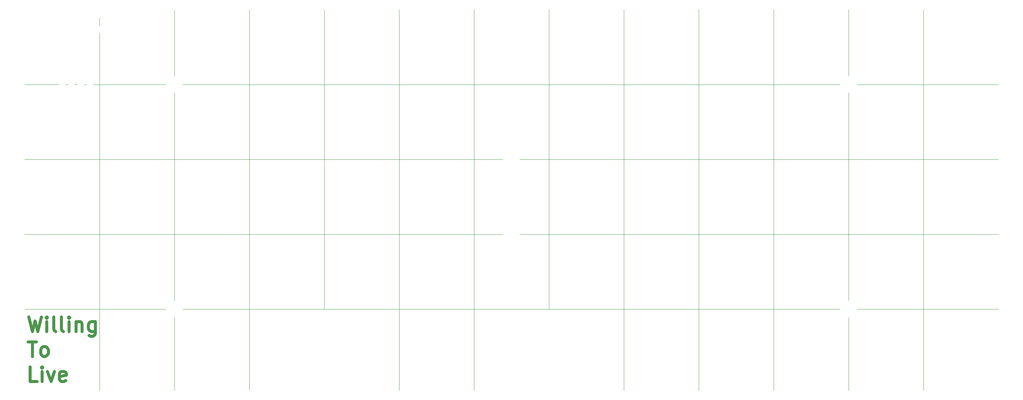
<source format=gto>
G04 #@! TF.GenerationSoftware,KiCad,Pcbnew,(5.1.10-1-10_14)*
G04 #@! TF.CreationDate,2021-08-25T20:34:20+10:00*
G04 #@! TF.ProjectId,WTL62,57544c36-322e-46b6-9963-61645f706362,rev?*
G04 #@! TF.SameCoordinates,Original*
G04 #@! TF.FileFunction,Legend,Top*
G04 #@! TF.FilePolarity,Positive*
%FSLAX46Y46*%
G04 Gerber Fmt 4.6, Leading zero omitted, Abs format (unit mm)*
G04 Created by KiCad (PCBNEW (5.1.10-1-10_14)) date 2021-08-25 20:34:20*
%MOMM*%
%LPD*%
G01*
G04 APERTURE LIST*
%ADD10C,0.800000*%
%ADD11C,0.120000*%
%ADD12C,4.300000*%
%ADD13C,1.752600*%
%ADD14C,1.000000*%
%ADD15C,1.750000*%
%ADD16C,3.000000*%
%ADD17C,3.987800*%
%ADD18C,3.048000*%
G04 APERTURE END LIST*
D10*
X24861071Y-101955059D02*
X25742023Y-105655059D01*
X26446785Y-103012202D01*
X27151547Y-105655059D01*
X28032500Y-101955059D01*
X29442023Y-105655059D02*
X29442023Y-103188392D01*
X29442023Y-101955059D02*
X29265833Y-102131250D01*
X29442023Y-102307440D01*
X29618214Y-102131250D01*
X29442023Y-101955059D01*
X29442023Y-102307440D01*
X31732500Y-105655059D02*
X31380119Y-105478869D01*
X31203928Y-105126488D01*
X31203928Y-101955059D01*
X33670595Y-105655059D02*
X33318214Y-105478869D01*
X33142023Y-105126488D01*
X33142023Y-101955059D01*
X35080119Y-105655059D02*
X35080119Y-103188392D01*
X35080119Y-101955059D02*
X34903928Y-102131250D01*
X35080119Y-102307440D01*
X35256309Y-102131250D01*
X35080119Y-101955059D01*
X35080119Y-102307440D01*
X36842023Y-103188392D02*
X36842023Y-105655059D01*
X36842023Y-103540773D02*
X37018214Y-103364583D01*
X37370595Y-103188392D01*
X37899166Y-103188392D01*
X38251547Y-103364583D01*
X38427738Y-103716964D01*
X38427738Y-105655059D01*
X41775357Y-103188392D02*
X41775357Y-106183630D01*
X41599166Y-106536011D01*
X41422976Y-106712202D01*
X41070595Y-106888392D01*
X40542023Y-106888392D01*
X40189642Y-106712202D01*
X41775357Y-105478869D02*
X41422976Y-105655059D01*
X40718214Y-105655059D01*
X40365833Y-105478869D01*
X40189642Y-105302678D01*
X40013452Y-104950297D01*
X40013452Y-103893154D01*
X40189642Y-103540773D01*
X40365833Y-103364583D01*
X40718214Y-103188392D01*
X41422976Y-103188392D01*
X41775357Y-103364583D01*
X24684880Y-108305059D02*
X26799166Y-108305059D01*
X25742023Y-112005059D02*
X25742023Y-108305059D01*
X28561071Y-112005059D02*
X28208690Y-111828869D01*
X28032500Y-111652678D01*
X27856309Y-111300297D01*
X27856309Y-110243154D01*
X28032500Y-109890773D01*
X28208690Y-109714583D01*
X28561071Y-109538392D01*
X29089642Y-109538392D01*
X29442023Y-109714583D01*
X29618214Y-109890773D01*
X29794404Y-110243154D01*
X29794404Y-111300297D01*
X29618214Y-111652678D01*
X29442023Y-111828869D01*
X29089642Y-112005059D01*
X28561071Y-112005059D01*
X26975357Y-118355059D02*
X25213452Y-118355059D01*
X25213452Y-114655059D01*
X28208690Y-118355059D02*
X28208690Y-115888392D01*
X28208690Y-114655059D02*
X28032500Y-114831250D01*
X28208690Y-115007440D01*
X28384880Y-114831250D01*
X28208690Y-114655059D01*
X28208690Y-115007440D01*
X29618214Y-115888392D02*
X30499166Y-118355059D01*
X31380119Y-115888392D01*
X34199166Y-118178869D02*
X33846785Y-118355059D01*
X33142023Y-118355059D01*
X32789642Y-118178869D01*
X32613452Y-117826488D01*
X32613452Y-116416964D01*
X32789642Y-116064583D01*
X33142023Y-115888392D01*
X33846785Y-115888392D01*
X34199166Y-116064583D01*
X34375357Y-116416964D01*
X34375357Y-116769345D01*
X32613452Y-117121726D01*
D11*
X100012500Y-100012500D02*
X100012500Y-23812500D01*
X157162500Y-23812500D02*
X157162500Y-100012500D01*
X23812500Y-100012500D02*
X271462500Y-100012500D01*
X23812500Y-80962500D02*
X271462500Y-80962500D01*
X23812500Y-61912500D02*
X271462500Y-61912500D01*
X23812500Y-42862500D02*
X271462500Y-42862500D01*
X252412500Y-23812500D02*
X252412500Y-120650000D01*
X233362500Y-23812500D02*
X233362500Y-120650000D01*
X214312500Y-23812500D02*
X214312500Y-120650000D01*
X195262500Y-23812500D02*
X195262500Y-120650000D01*
X176212500Y-23812500D02*
X176212500Y-120650000D01*
X138112500Y-23812500D02*
X138112500Y-120650000D01*
X119062500Y-23812500D02*
X119062500Y-120650000D01*
X80962500Y-23812500D02*
X80962500Y-120650000D01*
X61912500Y-23812500D02*
X61912500Y-120650000D01*
X42862500Y-23812500D02*
X42862500Y-120650000D01*
%LPC*%
D12*
X147637500Y-80962500D03*
X147637500Y-61912500D03*
X61912500Y-100012500D03*
X61912500Y-42862500D03*
X233362500Y-42862500D03*
X233362500Y-100012500D03*
D13*
X33337500Y-42862500D03*
X40481250Y-42862500D03*
X38100000Y-42862500D03*
X35718750Y-42862500D03*
D14*
X42881550Y-28968700D03*
X42881250Y-28452000D03*
X42881250Y-29214000D03*
X42881250Y-28714700D03*
X31730650Y-28714700D03*
X31730650Y-29214000D03*
X31730650Y-28452000D03*
X31730950Y-28968700D03*
X31730950Y-25146000D03*
X31730950Y-25438100D03*
X31731250Y-24218900D03*
X31730950Y-24498300D03*
X31730950Y-24803100D03*
X42881550Y-25425400D03*
X42881550Y-25133300D03*
X42881550Y-24790400D03*
X42881550Y-24485600D03*
X42881850Y-24206200D03*
D15*
X209867500Y-71437500D03*
X199707500Y-71437500D03*
D16*
X200977500Y-68897500D03*
D17*
X204787500Y-71437500D03*
D16*
X207327500Y-66357500D03*
D17*
X145224500Y-117792500D03*
X169100500Y-117792500D03*
D18*
X145224500Y-102552500D03*
X169100500Y-102552500D03*
D15*
X162242500Y-109537500D03*
X152082500Y-109537500D03*
D16*
X153352500Y-106997500D03*
D17*
X157162500Y-109537500D03*
D16*
X159702500Y-104457500D03*
D17*
X88074500Y-117792500D03*
X111950500Y-117792500D03*
D18*
X88074500Y-102552500D03*
X111950500Y-102552500D03*
D15*
X105092500Y-109537500D03*
X94932500Y-109537500D03*
D16*
X96202500Y-106997500D03*
D17*
X100012500Y-109537500D03*
D16*
X102552500Y-104457500D03*
D15*
X171767500Y-33337500D03*
X161607500Y-33337500D03*
D16*
X162877500Y-30797500D03*
D17*
X166687500Y-33337500D03*
D16*
X169227500Y-28257500D03*
D15*
X190817500Y-33337500D03*
X180657500Y-33337500D03*
D16*
X181927500Y-30797500D03*
D17*
X185737500Y-33337500D03*
D16*
X188277500Y-28257500D03*
D15*
X209867500Y-33337500D03*
X199707500Y-33337500D03*
D16*
X200977500Y-30797500D03*
D17*
X204787500Y-33337500D03*
D16*
X207327500Y-28257500D03*
D15*
X228917500Y-33337500D03*
X218757500Y-33337500D03*
D16*
X220027500Y-30797500D03*
D17*
X223837500Y-33337500D03*
D16*
X226377500Y-28257500D03*
D15*
X247967500Y-33337500D03*
X237807500Y-33337500D03*
D16*
X239077500Y-30797500D03*
D17*
X242887500Y-33337500D03*
D16*
X245427500Y-28257500D03*
D15*
X267017500Y-33337500D03*
X256857500Y-33337500D03*
D16*
X258127500Y-30797500D03*
D17*
X261937500Y-33337500D03*
D16*
X264477500Y-28257500D03*
D15*
X171767500Y-52387500D03*
X161607500Y-52387500D03*
D16*
X162877500Y-49847500D03*
D17*
X166687500Y-52387500D03*
D16*
X169227500Y-47307500D03*
D15*
X190817500Y-52387500D03*
X180657500Y-52387500D03*
D16*
X181927500Y-49847500D03*
D17*
X185737500Y-52387500D03*
D16*
X188277500Y-47307500D03*
D15*
X209867500Y-52387500D03*
X199707500Y-52387500D03*
D16*
X200977500Y-49847500D03*
D17*
X204787500Y-52387500D03*
D16*
X207327500Y-47307500D03*
D15*
X228917500Y-52387500D03*
X218757500Y-52387500D03*
D16*
X220027500Y-49847500D03*
D17*
X223837500Y-52387500D03*
D16*
X226377500Y-47307500D03*
D15*
X247967500Y-52387500D03*
X237807500Y-52387500D03*
D16*
X239077500Y-49847500D03*
D17*
X242887500Y-52387500D03*
D16*
X245427500Y-47307500D03*
D15*
X267017500Y-52387500D03*
X256857500Y-52387500D03*
D16*
X258127500Y-49847500D03*
D17*
X261937500Y-52387500D03*
D16*
X264477500Y-47307500D03*
D15*
X171767500Y-71437500D03*
X161607500Y-71437500D03*
D16*
X162877500Y-68897500D03*
D17*
X166687500Y-71437500D03*
D16*
X169227500Y-66357500D03*
D15*
X190817500Y-71437500D03*
X180657500Y-71437500D03*
D16*
X181927500Y-68897500D03*
D17*
X185737500Y-71437500D03*
D16*
X188277500Y-66357500D03*
D15*
X228917500Y-71437500D03*
X218757500Y-71437500D03*
D16*
X220027500Y-68897500D03*
D17*
X223837500Y-71437500D03*
D16*
X226377500Y-66357500D03*
D15*
X247967500Y-71437500D03*
X237807500Y-71437500D03*
D16*
X239077500Y-68897500D03*
D17*
X242887500Y-71437500D03*
D16*
X245427500Y-66357500D03*
D15*
X267017500Y-71437500D03*
X256857500Y-71437500D03*
D16*
X258127500Y-68897500D03*
D17*
X261937500Y-71437500D03*
D16*
X264477500Y-66357500D03*
D15*
X171767500Y-90487500D03*
X161607500Y-90487500D03*
D16*
X162877500Y-87947500D03*
D17*
X166687500Y-90487500D03*
D16*
X169227500Y-85407500D03*
D15*
X190817500Y-90487500D03*
X180657500Y-90487500D03*
D16*
X181927500Y-87947500D03*
D17*
X185737500Y-90487500D03*
D16*
X188277500Y-85407500D03*
D15*
X209867500Y-90487500D03*
X199707500Y-90487500D03*
D16*
X200977500Y-87947500D03*
D17*
X204787500Y-90487500D03*
D16*
X207327500Y-85407500D03*
D15*
X228917500Y-90487500D03*
X218757500Y-90487500D03*
D16*
X220027500Y-87947500D03*
D17*
X223837500Y-90487500D03*
D16*
X226377500Y-85407500D03*
D15*
X247967500Y-90487500D03*
X237807500Y-90487500D03*
D16*
X239077500Y-87947500D03*
D17*
X242887500Y-90487500D03*
D16*
X245427500Y-85407500D03*
D15*
X267017500Y-90487500D03*
X256857500Y-90487500D03*
D16*
X258127500Y-87947500D03*
D17*
X261937500Y-90487500D03*
D16*
X264477500Y-85407500D03*
D15*
X190817500Y-109537500D03*
X180657500Y-109537500D03*
D16*
X181927500Y-106997500D03*
D17*
X185737500Y-109537500D03*
D16*
X188277500Y-104457500D03*
D15*
X209867500Y-109537500D03*
X199707500Y-109537500D03*
D16*
X200977500Y-106997500D03*
D17*
X204787500Y-109537500D03*
D16*
X207327500Y-104457500D03*
D15*
X228917500Y-109537500D03*
X218757500Y-109537500D03*
D16*
X220027500Y-106997500D03*
D17*
X223837500Y-109537500D03*
D16*
X226377500Y-104457500D03*
D15*
X247967500Y-109537500D03*
X237807500Y-109537500D03*
D16*
X239077500Y-106997500D03*
D17*
X242887500Y-109537500D03*
D16*
X245427500Y-104457500D03*
D15*
X267017500Y-109537500D03*
X256857500Y-109537500D03*
D16*
X258127500Y-106997500D03*
D17*
X261937500Y-109537500D03*
D16*
X264477500Y-104457500D03*
D15*
X133667500Y-109537500D03*
X123507500Y-109537500D03*
D16*
X124777500Y-106997500D03*
D17*
X128587500Y-109537500D03*
D16*
X131127500Y-104457500D03*
D15*
X76517500Y-109537500D03*
X66357500Y-109537500D03*
D16*
X67627500Y-106997500D03*
D17*
X71437500Y-109537500D03*
D16*
X73977500Y-104457500D03*
D15*
X57467500Y-109537500D03*
X47307500Y-109537500D03*
D16*
X48577500Y-106997500D03*
D17*
X52387500Y-109537500D03*
D16*
X54927500Y-104457500D03*
D15*
X152717500Y-90487500D03*
X142557500Y-90487500D03*
D16*
X143827500Y-87947500D03*
D17*
X147637500Y-90487500D03*
D16*
X150177500Y-85407500D03*
D15*
X133667500Y-90487500D03*
X123507500Y-90487500D03*
D16*
X124777500Y-87947500D03*
D17*
X128587500Y-90487500D03*
D16*
X131127500Y-85407500D03*
D15*
X114617500Y-90487500D03*
X104457500Y-90487500D03*
D16*
X105727500Y-87947500D03*
D17*
X109537500Y-90487500D03*
D16*
X112077500Y-85407500D03*
D15*
X95567500Y-90487500D03*
X85407500Y-90487500D03*
D16*
X86677500Y-87947500D03*
D17*
X90487500Y-90487500D03*
D16*
X93027500Y-85407500D03*
D15*
X76517500Y-90487500D03*
X66357500Y-90487500D03*
D16*
X67627500Y-87947500D03*
D17*
X71437500Y-90487500D03*
D16*
X73977500Y-85407500D03*
D15*
X57467500Y-90487500D03*
X47307500Y-90487500D03*
D16*
X48577500Y-87947500D03*
D17*
X52387500Y-90487500D03*
D16*
X54927500Y-85407500D03*
D15*
X38417500Y-90487500D03*
X28257500Y-90487500D03*
D16*
X29527500Y-87947500D03*
D17*
X33337500Y-90487500D03*
D16*
X35877500Y-85407500D03*
D15*
X152717500Y-71437500D03*
X142557500Y-71437500D03*
D16*
X143827500Y-68897500D03*
D17*
X147637500Y-71437500D03*
D16*
X150177500Y-66357500D03*
D15*
X133667500Y-71437500D03*
X123507500Y-71437500D03*
D16*
X124777500Y-68897500D03*
D17*
X128587500Y-71437500D03*
D16*
X131127500Y-66357500D03*
D15*
X114617500Y-71437500D03*
X104457500Y-71437500D03*
D16*
X105727500Y-68897500D03*
D17*
X109537500Y-71437500D03*
D16*
X112077500Y-66357500D03*
D15*
X95567500Y-71437500D03*
X85407500Y-71437500D03*
D16*
X86677500Y-68897500D03*
D17*
X90487500Y-71437500D03*
D16*
X93027500Y-66357500D03*
D15*
X76517500Y-71437500D03*
X66357500Y-71437500D03*
D16*
X67627500Y-68897500D03*
D17*
X71437500Y-71437500D03*
D16*
X73977500Y-66357500D03*
D15*
X57467500Y-71437500D03*
X47307500Y-71437500D03*
D16*
X48577500Y-68897500D03*
D17*
X52387500Y-71437500D03*
D16*
X54927500Y-66357500D03*
D15*
X38417500Y-71437500D03*
X28257500Y-71437500D03*
D16*
X29527500Y-68897500D03*
D17*
X33337500Y-71437500D03*
D16*
X35877500Y-66357500D03*
D15*
X152717500Y-52387500D03*
X142557500Y-52387500D03*
D16*
X143827500Y-49847500D03*
D17*
X147637500Y-52387500D03*
D16*
X150177500Y-47307500D03*
D15*
X133667500Y-52387500D03*
X123507500Y-52387500D03*
D16*
X124777500Y-49847500D03*
D17*
X128587500Y-52387500D03*
D16*
X131127500Y-47307500D03*
D15*
X114617500Y-52387500D03*
X104457500Y-52387500D03*
D16*
X105727500Y-49847500D03*
D17*
X109537500Y-52387500D03*
D16*
X112077500Y-47307500D03*
D15*
X95567500Y-52387500D03*
X85407500Y-52387500D03*
D16*
X86677500Y-49847500D03*
D17*
X90487500Y-52387500D03*
D16*
X93027500Y-47307500D03*
D15*
X76517500Y-52387500D03*
X66357500Y-52387500D03*
D16*
X67627500Y-49847500D03*
D17*
X71437500Y-52387500D03*
D16*
X73977500Y-47307500D03*
D15*
X57467500Y-52387500D03*
X47307500Y-52387500D03*
D16*
X48577500Y-49847500D03*
D17*
X52387500Y-52387500D03*
D16*
X54927500Y-47307500D03*
D15*
X38417500Y-52387500D03*
X28257500Y-52387500D03*
D16*
X29527500Y-49847500D03*
D17*
X33337500Y-52387500D03*
D16*
X35877500Y-47307500D03*
D15*
X152717500Y-33337500D03*
X142557500Y-33337500D03*
D16*
X143827500Y-30797500D03*
D17*
X147637500Y-33337500D03*
D16*
X150177500Y-28257500D03*
D15*
X133667500Y-33337500D03*
X123507500Y-33337500D03*
D16*
X124777500Y-30797500D03*
D17*
X128587500Y-33337500D03*
D16*
X131127500Y-28257500D03*
D15*
X114617500Y-33337500D03*
X104457500Y-33337500D03*
D16*
X105727500Y-30797500D03*
D17*
X109537500Y-33337500D03*
D16*
X112077500Y-28257500D03*
D15*
X95567500Y-33337500D03*
X85407500Y-33337500D03*
D16*
X86677500Y-30797500D03*
D17*
X90487500Y-33337500D03*
D16*
X93027500Y-28257500D03*
D15*
X76517500Y-33337500D03*
X66357500Y-33337500D03*
D16*
X67627500Y-30797500D03*
D17*
X71437500Y-33337500D03*
D16*
X73977500Y-28257500D03*
D15*
X57467500Y-33337500D03*
X47307500Y-33337500D03*
D16*
X48577500Y-30797500D03*
D17*
X52387500Y-33337500D03*
D16*
X54927500Y-28257500D03*
D15*
X28257500Y-33337500D03*
X38417500Y-33337500D03*
D16*
X37147500Y-35877500D03*
D17*
X33337500Y-33337500D03*
D16*
X30797500Y-38417500D03*
M02*

</source>
